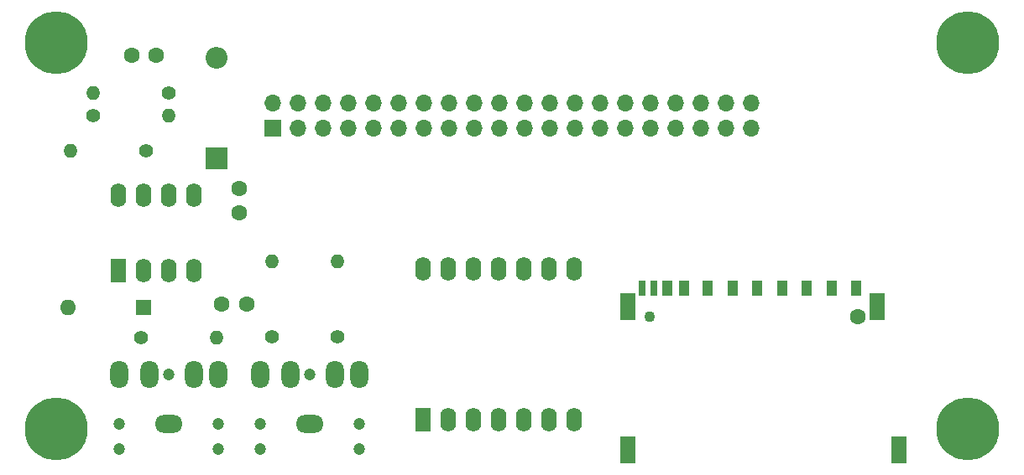
<source format=gts>
%TF.GenerationSoftware,KiCad,Pcbnew,(6.0.1)*%
%TF.CreationDate,2022-10-07T21:29:44-04:00*%
%TF.ProjectId,MOD-XIAO-RP2040-CPU,4d4f442d-5849-4414-9f2d-525032303430,rev?*%
%TF.SameCoordinates,Original*%
%TF.FileFunction,Soldermask,Top*%
%TF.FilePolarity,Negative*%
%FSLAX46Y46*%
G04 Gerber Fmt 4.6, Leading zero omitted, Abs format (unit mm)*
G04 Created by KiCad (PCBNEW (6.0.1)) date 2022-10-07 21:29:44*
%MOMM*%
%LPD*%
G01*
G04 APERTURE LIST*
%ADD10C,1.600000*%
%ADD11C,6.350000*%
%ADD12C,1.400000*%
%ADD13O,1.400000X1.400000*%
%ADD14R,1.600000X2.400000*%
%ADD15O,1.600000X2.400000*%
%ADD16C,1.200000*%
%ADD17O,1.800000X2.800000*%
%ADD18O,2.800000X1.800000*%
%ADD19R,2.200000X2.200000*%
%ADD20O,2.200000X2.200000*%
%ADD21R,1.600000X1.600000*%
%ADD22O,1.600000X1.600000*%
%ADD23R,1.700000X1.700000*%
%ADD24O,1.700000X1.700000*%
%ADD25C,1.100000*%
%ADD26R,1.000000X1.500000*%
%ADD27R,0.700000X1.500000*%
%ADD28R,1.500000X2.800000*%
G04 APERTURE END LIST*
D10*
%TO.C,C2*%
X110744000Y-70358000D03*
X113244000Y-70358000D03*
%TD*%
D11*
%TO.C,MTG1*%
X94000000Y-83000000D03*
%TD*%
D12*
%TO.C,R6*%
X105410000Y-49022000D03*
D13*
X97790000Y-49022000D03*
%TD*%
D14*
%TO.C,U1*%
X131064000Y-82042000D03*
D15*
X133604000Y-82042000D03*
X136144000Y-82042000D03*
X138684000Y-82042000D03*
X141224000Y-82042000D03*
X143764000Y-82042000D03*
X146304000Y-82042000D03*
X146304000Y-66802000D03*
X143764000Y-66802000D03*
X141224000Y-66802000D03*
X138684000Y-66802000D03*
X136144000Y-66802000D03*
X133604000Y-66802000D03*
X131064000Y-66802000D03*
%TD*%
D16*
%TO.C,J2*%
X100410000Y-82533998D03*
X105410000Y-77533998D03*
X110410000Y-85033998D03*
X100410000Y-85033998D03*
X110410000Y-82533998D03*
D17*
X100410000Y-77533998D03*
X103410000Y-77533998D03*
D18*
X105410000Y-82533998D03*
D17*
X110410000Y-77533998D03*
X107910000Y-77533998D03*
%TD*%
D19*
%TO.C,D1*%
X110236000Y-55626000D03*
D20*
X110236000Y-45466000D03*
%TD*%
D12*
%TO.C,R1*%
X102616000Y-73787000D03*
D13*
X110236000Y-73787000D03*
%TD*%
D11*
%TO.C,MTG3*%
X94000000Y-44000000D03*
%TD*%
D12*
%TO.C,R5*%
X122428000Y-73660000D03*
D13*
X122428000Y-66040000D03*
%TD*%
D12*
%TO.C,R4*%
X115824000Y-73660000D03*
D13*
X115824000Y-66040000D03*
%TD*%
D21*
%TO.C,D2*%
X102870000Y-70739000D03*
D22*
X95250000Y-70739000D03*
%TD*%
D10*
%TO.C,C3*%
X112522000Y-58694000D03*
X112522000Y-61194000D03*
%TD*%
D23*
%TO.C,J1*%
X115875000Y-52650000D03*
D24*
X115875000Y-50110000D03*
X118415000Y-52650000D03*
X118415000Y-50110000D03*
X120955000Y-52650000D03*
X120955000Y-50110000D03*
X123495000Y-52650000D03*
X123495000Y-50110000D03*
X126035000Y-52650000D03*
X126035000Y-50110000D03*
X128575000Y-52650000D03*
X128575000Y-50110000D03*
X131115000Y-52650000D03*
X131115000Y-50110000D03*
X133655000Y-52650000D03*
X133655000Y-50110000D03*
X136195000Y-52650000D03*
X136195000Y-50110000D03*
X138735000Y-52650000D03*
X138735000Y-50110000D03*
X141275000Y-52650000D03*
X141275000Y-50110000D03*
X143815000Y-52650000D03*
X143815000Y-50110000D03*
X146355000Y-52650000D03*
X146355000Y-50110000D03*
X148895000Y-52650000D03*
X148895000Y-50110000D03*
X151435000Y-52650000D03*
X151435000Y-50110000D03*
X153975000Y-52650000D03*
X153975000Y-50110000D03*
X156515000Y-52650000D03*
X156515000Y-50110000D03*
X159055000Y-52650000D03*
X159055000Y-50110000D03*
X161595000Y-52650000D03*
X161595000Y-50110000D03*
X164135000Y-52650000D03*
X164135000Y-50110000D03*
%TD*%
D25*
%TO.C,J3*%
X153886000Y-71628000D03*
D10*
X174886000Y-71628000D03*
D26*
X172266000Y-68828000D03*
X169766000Y-68828000D03*
X167266000Y-68828000D03*
X164766000Y-68828000D03*
X162266000Y-68828000D03*
X159766000Y-68828000D03*
X157346000Y-68828000D03*
X155646000Y-68828000D03*
X174766000Y-68828000D03*
D27*
X154306000Y-68828000D03*
X153166000Y-68828000D03*
D28*
X176836000Y-70628000D03*
X151736000Y-70628000D03*
X151736000Y-85128000D03*
X179036000Y-85128000D03*
%TD*%
D12*
%TO.C,R3*%
X97790000Y-51308000D03*
D13*
X105410000Y-51308000D03*
%TD*%
D12*
%TO.C,R2*%
X103124000Y-54864000D03*
D13*
X95504000Y-54864000D03*
%TD*%
D16*
%TO.C,J4*%
X124634000Y-82534000D03*
X114634000Y-82534000D03*
X119634000Y-77534000D03*
X124634000Y-85034000D03*
X114634000Y-85034000D03*
D17*
X114634000Y-77534000D03*
X117634000Y-77534000D03*
D18*
X119634000Y-82534000D03*
D17*
X124634000Y-77534000D03*
X122134000Y-77534000D03*
%TD*%
D10*
%TO.C,C1*%
X101620000Y-45212000D03*
X104120000Y-45212000D03*
%TD*%
D14*
%TO.C,U2*%
X100340000Y-67046000D03*
D15*
X102880000Y-67046000D03*
X105420000Y-67046000D03*
X107960000Y-67046000D03*
X107960000Y-59426000D03*
X105420000Y-59426000D03*
X102880000Y-59426000D03*
X100340000Y-59426000D03*
%TD*%
D11*
%TO.C,MTG2*%
X186000000Y-83000000D03*
%TD*%
%TO.C,MTG4*%
X186000000Y-44000000D03*
%TD*%
M02*

</source>
